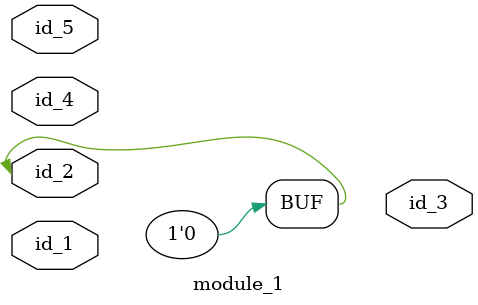
<source format=v>
module module_0 (
    id_1,
    id_2,
    id_3,
    id_4,
    id_5,
    id_6
);
  inout wire id_6;
  input wire id_5;
  inout wire id_4;
  inout wire id_3;
  inout wire id_2;
  inout wire id_1;
  wire id_7;
  wire id_8;
endmodule
module module_1 (
    id_1,
    id_2,
    id_3,
    id_4,
    id_5
);
  input wire id_5;
  input wire id_4;
  output wire id_3;
  inout wire id_2;
  input wire id_1;
  assign id_2 = 1'b0;
  initial begin : LABEL_0
    if (1'h0) id_3[1'h0] <= 1;
  end
  module_0 modCall_1 (
      id_2,
      id_2,
      id_2,
      id_2,
      id_4,
      id_2
  );
endmodule

</source>
